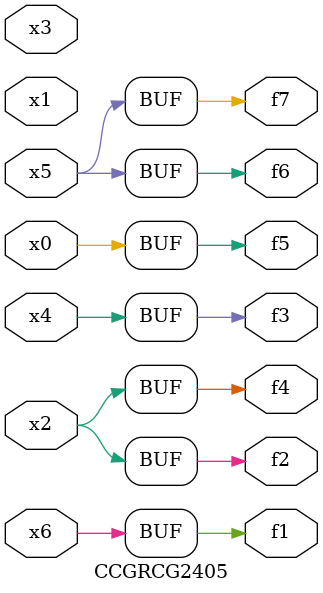
<source format=v>
module CCGRCG2405(
	input x0, x1, x2, x3, x4, x5, x6,
	output f1, f2, f3, f4, f5, f6, f7
);
	assign f1 = x6;
	assign f2 = x2;
	assign f3 = x4;
	assign f4 = x2;
	assign f5 = x0;
	assign f6 = x5;
	assign f7 = x5;
endmodule

</source>
